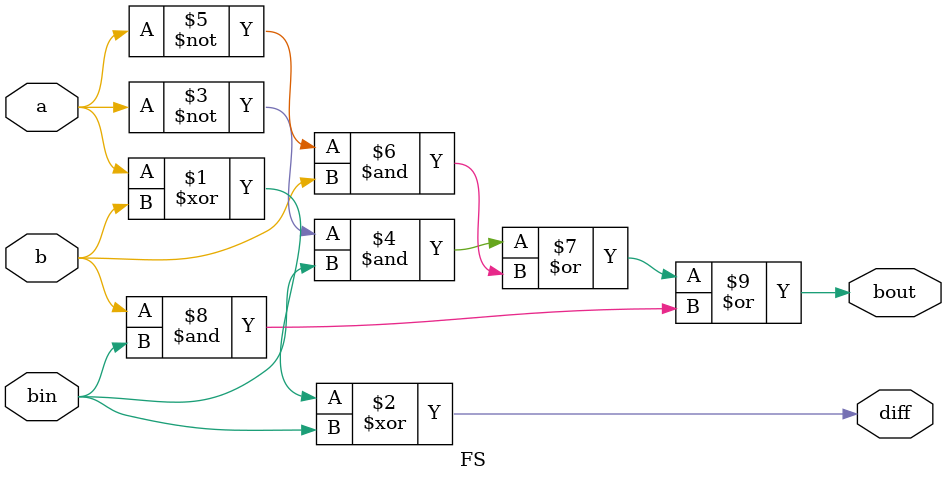
<source format=sv>
module FS(a, b, bin, diff, bout);
input a,b, bin;
output diff, bout;
assign diff =a^b ^ bin;
  assign  bout=(~a& bin) | (~a& b) | (b &bin);
endmodule

</source>
